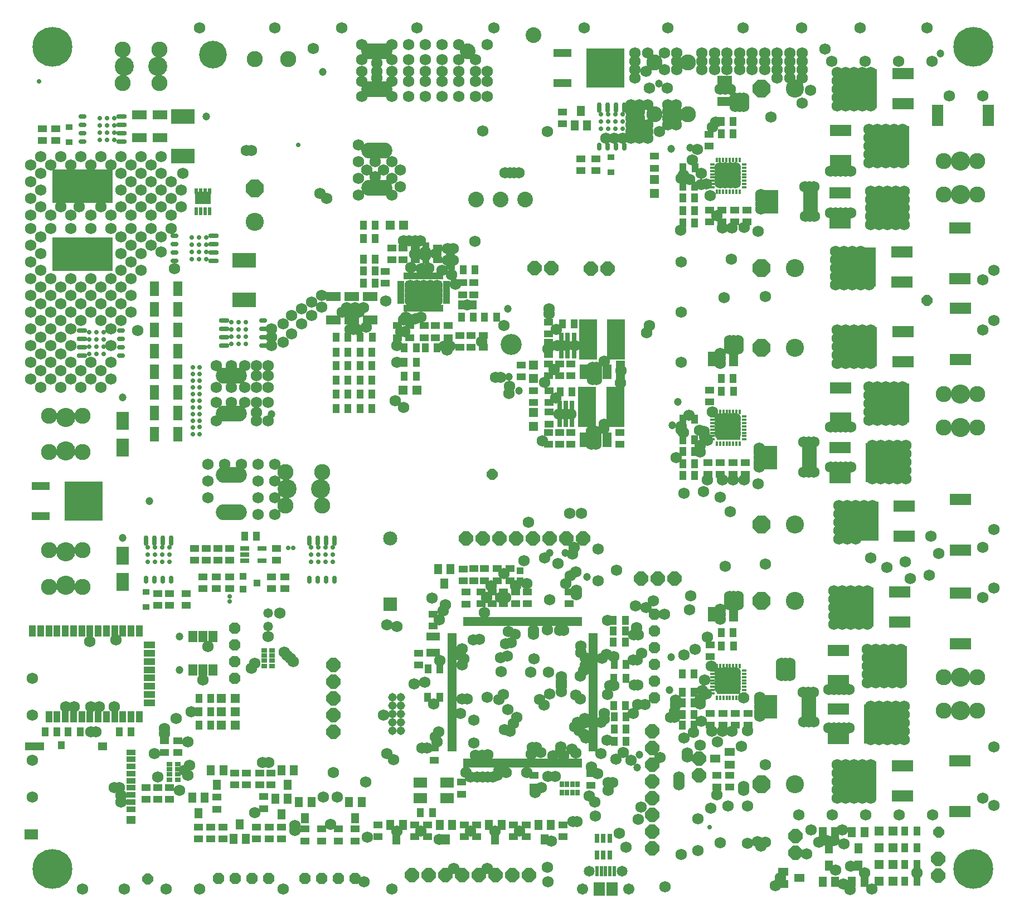
<source format=gts>
G04*
G04 #@! TF.GenerationSoftware,Altium Limited,Altium Designer,19.0.11 (319)*
G04*
G04 Layer_Color=8388736*
%FSLAX25Y25*%
%MOIN*%
G70*
G01*
G75*
%ADD75C,0.06800*%
%ADD76R,0.03359X0.02769*%
%ADD77R,0.08280X0.05918*%
%ADD78R,0.11824X0.04737*%
%ADD79R,0.03950X0.04737*%
%ADD80R,0.05524X0.04737*%
%ADD81R,0.05524X0.03556*%
%ADD82R,0.04343X0.03950*%
%ADD83O,0.04737X0.02768*%
%ADD84O,0.06312X0.02768*%
%ADD85R,0.22973X0.23241*%
%ADD86R,0.11036X0.04973*%
%ADD87R,0.36233X0.20485*%
%ADD88O,0.02769X0.04738*%
%ADD89O,0.02769X0.06313*%
G04:AMPARAMS|DCode=90|XSize=58mil|YSize=58mil|CornerRadius=29mil|HoleSize=0mil|Usage=FLASHONLY|Rotation=0.000|XOffset=0mil|YOffset=0mil|HoleType=Round|Shape=RoundedRectangle|*
%AMROUNDEDRECTD90*
21,1,0.05800,0.00000,0,0,0.0*
21,1,0.00000,0.05800,0,0,0.0*
1,1,0.05800,0.00000,0.00000*
1,1,0.05800,0.00000,0.00000*
1,1,0.05800,0.00000,0.00000*
1,1,0.05800,0.00000,0.00000*
%
%ADD90ROUNDEDRECTD90*%
%ADD91R,0.05524X0.03162*%
%ADD92R,0.03950X0.03950*%
%ADD93R,0.14186X0.08674*%
%ADD94R,0.08674X0.05524*%
%ADD95R,0.02395X0.04698*%
%ADD96R,0.09599X0.07591*%
%ADD97R,0.02395X0.03792*%
%ADD98R,0.07493X0.10643*%
%ADD99R,0.06500X0.04100*%
%ADD100R,0.04100X0.06500*%
%ADD101R,0.05400X0.07100*%
%ADD102R,0.05524X0.08674*%
%ADD103R,0.05524X0.05524*%
%ADD104R,0.04068X0.03280*%
%ADD105R,0.02769X0.03359*%
%ADD106R,0.10643X0.24422*%
G04:AMPARAMS|DCode=107|XSize=47.37mil|YSize=47.37mil|CornerRadius=23.68mil|HoleSize=0mil|Usage=FLASHONLY|Rotation=90.000|XOffset=0mil|YOffset=0mil|HoleType=Round|Shape=RoundedRectangle|*
%AMROUNDEDRECTD107*
21,1,0.04737,0.00000,0,0,90.0*
21,1,0.00000,0.04737,0,0,90.0*
1,1,0.04737,0.00000,0.00000*
1,1,0.04737,0.00000,0.00000*
1,1,0.04737,0.00000,0.00000*
1,1,0.04737,0.00000,0.00000*
%
%ADD107ROUNDEDRECTD107*%
%ADD108R,0.05800X0.08910*%
G04:AMPARAMS|DCode=109|XSize=47.37mil|YSize=47.37mil|CornerRadius=23.68mil|HoleSize=0mil|Usage=FLASHONLY|Rotation=0.000|XOffset=0mil|YOffset=0mil|HoleType=Round|Shape=RoundedRectangle|*
%AMROUNDEDRECTD109*
21,1,0.04737,0.00000,0,0,0.0*
21,1,0.00000,0.04737,0,0,0.0*
1,1,0.04737,0.00000,0.00000*
1,1,0.04737,0.00000,0.00000*
1,1,0.04737,0.00000,0.00000*
1,1,0.04737,0.00000,0.00000*
%
%ADD109ROUNDEDRECTD109*%
%ADD110R,0.06784X0.12887*%
%ADD111R,0.06312X0.04737*%
%ADD112R,0.12887X0.06784*%
%ADD113R,0.08910X0.05800*%
%ADD114R,0.01981X0.03969*%
%ADD115R,0.03969X0.01981*%
%ADD116R,0.21469X0.13595*%
%ADD117R,0.04737X0.06312*%
%ADD118R,0.01900X0.05600*%
%ADD119R,0.05600X0.01900*%
%ADD120R,0.02965X0.05524*%
%ADD121R,0.07887X0.04737*%
%ADD122R,0.08674X0.14186*%
%ADD123R,0.03162X0.01784*%
%ADD124R,0.01784X0.03162*%
%ADD125R,0.14383X0.14383*%
%ADD126R,0.12611X0.07099*%
%ADD127R,0.25209X0.23635*%
%ADD128R,0.07887X0.05918*%
%ADD129R,0.05524X0.03950*%
%ADD130R,0.03950X0.05524*%
%ADD131R,0.02375X0.06115*%
%ADD132R,0.06706X0.08280*%
%ADD133C,0.02769*%
%ADD134C,0.02800*%
%ADD135C,0.12611*%
%ADD136C,0.16548*%
%ADD137C,0.05162*%
%ADD138P,0.07360X8X67.5*%
%ADD139P,0.11690X8X247.5*%
%ADD140O,0.18518X0.09659*%
%ADD141C,0.09400*%
%ADD142C,0.09659*%
%ADD143C,0.23800*%
%ADD144P,0.07360X8X337.5*%
%ADD145C,0.11431*%
%ADD146P,0.11690X8X157.5*%
%ADD147C,0.10800*%
%ADD148P,0.09092X8X67.5*%
%ADD149P,0.09092X8X337.5*%
%ADD150R,0.08477X0.08477*%
%ADD151C,0.08477*%
%ADD152C,0.06509*%
%ADD153C,0.06737*%
%ADD154P,0.06866X8X67.5*%
%ADD155R,0.25209X0.23635*%
D75*
X557316Y432800D02*
D03*
X583916Y520700D02*
D03*
X561316Y464800D02*
D03*
Y479800D02*
D03*
X552316Y432800D02*
D03*
Y422800D02*
D03*
X561316Y320800D02*
D03*
Y310800D02*
D03*
X553316Y280800D02*
D03*
X568316D02*
D03*
X553316Y270800D02*
D03*
X568316D02*
D03*
X560316Y168800D02*
D03*
Y158800D02*
D03*
X552316Y119800D02*
D03*
Y134800D02*
D03*
X520016Y528000D02*
D03*
X537316Y503800D02*
D03*
X543916Y520700D02*
D03*
X529316Y454800D02*
D03*
X536316Y406800D02*
D03*
Y391800D02*
D03*
X537316Y344800D02*
D03*
Y359800D02*
D03*
X528316Y239800D02*
D03*
Y254800D02*
D03*
X545316Y183800D02*
D03*
Y198800D02*
D03*
X528316Y144800D02*
D03*
X545316Y168800D02*
D03*
Y158800D02*
D03*
X537316Y79800D02*
D03*
Y94800D02*
D03*
X521116Y54600D02*
D03*
X535416Y39100D02*
D03*
X511416Y503200D02*
D03*
X487816Y487400D02*
D03*
X496416Y160700D02*
D03*
X513216Y143300D02*
D03*
X496416Y158200D02*
D03*
X457316Y503800D02*
D03*
X471416Y496200D02*
D03*
X457316Y447800D02*
D03*
Y456800D02*
D03*
X481606Y432300D02*
D03*
Y438100D02*
D03*
X457316Y342800D02*
D03*
X465416Y351200D02*
D03*
X457316Y303800D02*
D03*
X480716Y280500D02*
D03*
X465016Y270200D02*
D03*
X471716Y270300D02*
D03*
X480716Y286500D02*
D03*
X457316Y192800D02*
D03*
X465416Y200700D02*
D03*
Y198200D02*
D03*
X457316Y151800D02*
D03*
X464516Y119900D02*
D03*
X473716Y120300D02*
D03*
X480916Y134500D02*
D03*
X425716Y504700D02*
D03*
X425916Y494700D02*
D03*
X431416Y520700D02*
D03*
X425916Y486700D02*
D03*
X449116Y447200D02*
D03*
X433916Y400700D02*
D03*
X447916Y296400D02*
D03*
X449716Y270200D02*
D03*
Y176400D02*
D03*
X449116Y142200D02*
D03*
X447916Y150600D02*
D03*
X441516Y119300D02*
D03*
X434116Y46200D02*
D03*
X408916Y494700D02*
D03*
Y486700D02*
D03*
Y478700D02*
D03*
X393916Y320700D02*
D03*
Y310700D02*
D03*
X408016Y135800D02*
D03*
X359916Y350700D02*
D03*
X359416Y360200D02*
D03*
X383416Y335200D02*
D03*
X376616Y159400D02*
D03*
X376516Y127600D02*
D03*
X375616Y118300D02*
D03*
X384116Y94700D02*
D03*
X352416Y328700D02*
D03*
X352516Y223650D02*
D03*
X327916Y214200D02*
D03*
X329116Y199800D02*
D03*
X335716Y128200D02*
D03*
X345016Y110400D02*
D03*
X329516Y95100D02*
D03*
X354116Y38700D02*
D03*
X297716Y408500D02*
D03*
X295716Y350100D02*
D03*
X320316Y206900D02*
D03*
X305416Y95100D02*
D03*
X281216Y406500D02*
D03*
X271916Y383700D02*
D03*
X279916D02*
D03*
X287916D02*
D03*
X264081Y350700D02*
D03*
X263081Y317700D02*
D03*
X264216Y182500D02*
D03*
X289416Y55300D02*
D03*
X226016Y95400D02*
D03*
X224416Y64400D02*
D03*
X584316Y69800D02*
D03*
X561316Y474800D02*
D03*
Y469800D02*
D03*
Y459800D02*
D03*
X552316Y442800D02*
D03*
Y437800D02*
D03*
Y427800D02*
D03*
X561316Y325800D02*
D03*
Y315800D02*
D03*
Y305800D02*
D03*
X553316Y290800D02*
D03*
X568316D02*
D03*
X553316Y285800D02*
D03*
X568316D02*
D03*
X553316Y275800D02*
D03*
X568316D02*
D03*
X567916Y221400D02*
D03*
X560316Y163800D02*
D03*
Y153800D02*
D03*
Y148800D02*
D03*
X552316Y129800D02*
D03*
Y124800D02*
D03*
Y114800D02*
D03*
X537316Y513800D02*
D03*
Y508800D02*
D03*
Y498800D02*
D03*
Y493800D02*
D03*
X529316Y429800D02*
D03*
X536316Y401800D02*
D03*
Y396800D02*
D03*
Y386800D02*
D03*
X537316Y354800D02*
D03*
Y349800D02*
D03*
Y339800D02*
D03*
X529316Y301800D02*
D03*
Y277800D02*
D03*
X528316Y249800D02*
D03*
Y244800D02*
D03*
Y234800D02*
D03*
X545316Y203800D02*
D03*
Y193800D02*
D03*
Y188800D02*
D03*
Y163800D02*
D03*
Y153800D02*
D03*
Y148800D02*
D03*
X528316Y121800D02*
D03*
X537316Y99800D02*
D03*
Y89800D02*
D03*
Y84800D02*
D03*
X544316Y69800D02*
D03*
X543716Y35100D02*
D03*
X513416Y445700D02*
D03*
X513616Y427800D02*
D03*
X513316Y292800D02*
D03*
X513416Y275000D02*
D03*
X496416Y155700D02*
D03*
Y153200D02*
D03*
X513416Y125500D02*
D03*
X504316Y69800D02*
D03*
X511716Y60900D02*
D03*
X471416Y498700D02*
D03*
Y493700D02*
D03*
X457316Y450800D02*
D03*
Y453800D02*
D03*
X481706Y441000D02*
D03*
X481606Y435200D02*
D03*
X480116Y418900D02*
D03*
X464516Y420900D02*
D03*
X471716Y421100D02*
D03*
X464116Y402400D02*
D03*
X465416Y353700D02*
D03*
X457316Y345800D02*
D03*
X465416Y348700D02*
D03*
X457316Y339800D02*
D03*
Y306800D02*
D03*
Y297800D02*
D03*
Y300800D02*
D03*
X480716Y289400D02*
D03*
Y283500D02*
D03*
Y277800D02*
D03*
X480016Y267800D02*
D03*
X457416Y259800D02*
D03*
X463416Y251400D02*
D03*
X465416Y195700D02*
D03*
X457316Y186800D02*
D03*
Y189800D02*
D03*
Y154800D02*
D03*
Y145800D02*
D03*
Y148800D02*
D03*
X471516Y139800D02*
D03*
X480916Y140300D02*
D03*
Y137500D02*
D03*
Y131500D02*
D03*
Y129000D02*
D03*
X455716Y113500D02*
D03*
X481816Y51300D02*
D03*
X457516Y53400D02*
D03*
X473816Y52800D02*
D03*
X479616Y54000D02*
D03*
X423916Y525700D02*
D03*
X431416D02*
D03*
X423916Y515700D02*
D03*
X431416D02*
D03*
X425916Y490700D02*
D03*
Y482700D02*
D03*
X433616Y419600D02*
D03*
X433916Y370700D02*
D03*
Y340700D02*
D03*
X447816Y299400D02*
D03*
X449716Y294000D02*
D03*
X439616Y201000D02*
D03*
X423916Y190000D02*
D03*
X432616Y90200D02*
D03*
X424516Y27000D02*
D03*
X408916Y490700D02*
D03*
Y482700D02*
D03*
X393916Y474700D02*
D03*
X408916D02*
D03*
X393916Y315700D02*
D03*
Y305700D02*
D03*
X417316Y198000D02*
D03*
X407416Y181800D02*
D03*
X407816Y162550D02*
D03*
X393816Y164500D02*
D03*
X393216Y89200D02*
D03*
X408316Y67200D02*
D03*
X401216Y50700D02*
D03*
X383416Y337700D02*
D03*
Y330200D02*
D03*
Y332700D02*
D03*
X367516Y250400D02*
D03*
X369116Y225900D02*
D03*
X369916Y229900D02*
D03*
X384516Y228800D02*
D03*
X360316Y220200D02*
D03*
X384316Y209800D02*
D03*
X367816Y212800D02*
D03*
X376716Y163900D02*
D03*
X375816Y156100D02*
D03*
X376516Y124800D02*
D03*
X385916Y125400D02*
D03*
X361616Y107400D02*
D03*
X368716Y109200D02*
D03*
X329216Y172100D02*
D03*
X345916Y163400D02*
D03*
X329916Y164900D02*
D03*
X343916Y155400D02*
D03*
X344416Y106200D02*
D03*
X337516Y60400D02*
D03*
X297616Y401500D02*
D03*
X296616Y392900D02*
D03*
X304216Y163100D02*
D03*
X306081Y139300D02*
D03*
X312216Y92500D02*
D03*
X321416D02*
D03*
X298016Y37900D02*
D03*
X281216Y404400D02*
D03*
X287416Y405500D02*
D03*
X272416Y397200D02*
D03*
X271916Y386700D02*
D03*
X279916D02*
D03*
X287916D02*
D03*
X271916Y377700D02*
D03*
X279916D02*
D03*
X287916D02*
D03*
X271916Y380700D02*
D03*
X279916D02*
D03*
X287916D02*
D03*
X272316Y365800D02*
D03*
X289316Y186500D02*
D03*
X289616Y162200D02*
D03*
X280616Y149100D02*
D03*
X263916Y60300D02*
D03*
X257316Y377400D02*
D03*
X241416Y370700D02*
D03*
X233916Y373200D02*
D03*
X231416Y370700D02*
D03*
X614316Y359800D02*
D03*
Y199800D02*
D03*
Y79800D02*
D03*
X563916Y520700D02*
D03*
X566316Y464800D02*
D03*
Y479800D02*
D03*
X562316Y432800D02*
D03*
X567316D02*
D03*
X562316Y422800D02*
D03*
X567316D02*
D03*
X566316Y320800D02*
D03*
Y310800D02*
D03*
X563316Y280800D02*
D03*
Y270800D02*
D03*
X565316Y168800D02*
D03*
Y158800D02*
D03*
X562316Y119800D02*
D03*
Y134800D02*
D03*
X567316Y119800D02*
D03*
Y134800D02*
D03*
X556316Y464800D02*
D03*
Y479800D02*
D03*
X557316Y422800D02*
D03*
X556316Y320800D02*
D03*
Y310800D02*
D03*
X558316Y280800D02*
D03*
Y270800D02*
D03*
X555316Y168800D02*
D03*
Y158800D02*
D03*
X557316Y119800D02*
D03*
Y134800D02*
D03*
X547316Y503800D02*
D03*
X546316Y464800D02*
D03*
Y479800D02*
D03*
X551316Y464800D02*
D03*
Y479800D02*
D03*
X547316Y432800D02*
D03*
Y422800D02*
D03*
X546316Y391800D02*
D03*
X547316Y344800D02*
D03*
Y359800D02*
D03*
X546316Y320800D02*
D03*
Y310800D02*
D03*
X551316Y320800D02*
D03*
Y310800D02*
D03*
X548316Y280800D02*
D03*
Y270800D02*
D03*
Y239800D02*
D03*
Y254800D02*
D03*
X547426Y223500D02*
D03*
X550316Y168800D02*
D03*
Y158800D02*
D03*
X547316Y119800D02*
D03*
Y134800D02*
D03*
Y79800D02*
D03*
Y94800D02*
D03*
X542316Y503800D02*
D03*
X541316Y406800D02*
D03*
Y391800D02*
D03*
X542316Y344800D02*
D03*
Y359800D02*
D03*
X538316Y239800D02*
D03*
Y254800D02*
D03*
X543316Y239800D02*
D03*
Y254800D02*
D03*
X540316Y183800D02*
D03*
Y198800D02*
D03*
X542316Y79800D02*
D03*
Y94800D02*
D03*
X532316Y503800D02*
D03*
Y454800D02*
D03*
X535316D02*
D03*
X531316Y406800D02*
D03*
Y391800D02*
D03*
X532316Y344800D02*
D03*
Y359800D02*
D03*
X533316Y239800D02*
D03*
Y254800D02*
D03*
X530316Y183800D02*
D03*
Y198800D02*
D03*
X535316Y183800D02*
D03*
Y198800D02*
D03*
X531316Y144800D02*
D03*
X534316D02*
D03*
X532316Y79800D02*
D03*
Y94800D02*
D03*
X523916Y520700D02*
D03*
X527316Y503800D02*
D03*
X523316Y454800D02*
D03*
X526316D02*
D03*
Y406800D02*
D03*
Y391800D02*
D03*
X527316Y344800D02*
D03*
Y359800D02*
D03*
X525316Y183800D02*
D03*
Y198800D02*
D03*
X522316Y144800D02*
D03*
X525316D02*
D03*
X527316Y79800D02*
D03*
Y94800D02*
D03*
X525416Y54700D02*
D03*
X506416Y495700D02*
D03*
Y520700D02*
D03*
Y510700D02*
D03*
X507216Y143300D02*
D03*
X510216D02*
D03*
X509016Y46600D02*
D03*
X498916Y520700D02*
D03*
Y510700D02*
D03*
Y160700D02*
D03*
Y158200D02*
D03*
X491416Y520700D02*
D03*
Y510700D02*
D03*
X493916Y160700D02*
D03*
Y158200D02*
D03*
X493516Y32300D02*
D03*
X483916Y520700D02*
D03*
X476416D02*
D03*
X468916Y496200D02*
D03*
Y520700D02*
D03*
X466316Y447800D02*
D03*
Y456800D02*
D03*
X467916Y351200D02*
D03*
X466316Y303800D02*
D03*
X467916Y200700D02*
D03*
Y198200D02*
D03*
X466316Y151800D02*
D03*
X469916Y111000D02*
D03*
X460316Y503800D02*
D03*
X463316D02*
D03*
X461416Y520700D02*
D03*
X460316Y447800D02*
D03*
Y456800D02*
D03*
X463316Y447800D02*
D03*
Y456800D02*
D03*
X462916Y351200D02*
D03*
X460316Y303800D02*
D03*
X463316D02*
D03*
X458616Y270200D02*
D03*
X462916Y200700D02*
D03*
Y198200D02*
D03*
X460316Y151800D02*
D03*
X463316D02*
D03*
X458716Y119900D02*
D03*
X453916Y520700D02*
D03*
X451516Y440400D02*
D03*
X452716Y310800D02*
D03*
X452116Y159000D02*
D03*
X452516Y119900D02*
D03*
X446416Y520700D02*
D03*
X446116Y447000D02*
D03*
X445516Y286800D02*
D03*
X447316Y263400D02*
D03*
X446716Y144200D02*
D03*
X445316Y111700D02*
D03*
X445516Y136300D02*
D03*
X435616Y262400D02*
D03*
X438916Y192500D02*
D03*
X430916Y494700D02*
D03*
Y486700D02*
D03*
X427716Y128400D02*
D03*
X430816Y135600D02*
D03*
X420916Y478700D02*
D03*
X415216Y504700D02*
D03*
X413916Y494700D02*
D03*
Y478700D02*
D03*
X413416Y358400D02*
D03*
X410416Y166600D02*
D03*
X412516Y136000D02*
D03*
X403916Y494700D02*
D03*
X406416Y520700D02*
D03*
Y510700D02*
D03*
X403916Y486700D02*
D03*
Y478700D02*
D03*
X397916Y335700D02*
D03*
X396416Y318200D02*
D03*
X397616Y328200D02*
D03*
X395516Y216200D02*
D03*
X387916Y303700D02*
D03*
X388116Y127400D02*
D03*
X380916Y335200D02*
D03*
X380416Y296700D02*
D03*
Y294200D02*
D03*
X382916D02*
D03*
X370416Y350700D02*
D03*
X371116Y215400D02*
D03*
X373716Y152800D02*
D03*
X374216Y167000D02*
D03*
X373016Y120400D02*
D03*
X365416Y350700D02*
D03*
X365016Y208100D02*
D03*
X362216Y110700D02*
D03*
X357916Y336200D02*
D03*
X358916Y319200D02*
D03*
X355516Y198600D02*
D03*
Y142100D02*
D03*
X356416Y54200D02*
D03*
X350316Y86100D02*
D03*
X341716Y208400D02*
D03*
Y95400D02*
D03*
X331316Y326200D02*
D03*
X335216Y206800D02*
D03*
X331816Y120000D02*
D03*
X315316Y478800D02*
D03*
X326116Y199800D02*
D03*
X316516Y191000D02*
D03*
X317716Y199800D02*
D03*
X306216Y375000D02*
D03*
X303216Y159600D02*
D03*
X294316Y408500D02*
D03*
X292516Y350100D02*
D03*
X291716Y191900D02*
D03*
X283916Y383700D02*
D03*
X286016Y136400D02*
D03*
X275916Y383700D02*
D03*
X274916Y366600D02*
D03*
X278516Y367600D02*
D03*
X256081Y129700D02*
D03*
X246316Y56500D02*
D03*
X238116Y360100D02*
D03*
X228316Y80600D02*
D03*
X220116D02*
D03*
X213916Y528200D02*
D03*
X203116Y63500D02*
D03*
X178916Y71200D02*
D03*
X614316Y499800D02*
D03*
Y389800D02*
D03*
Y229800D02*
D03*
X594316Y499800D02*
D03*
X582226Y213400D02*
D03*
X571116Y211200D02*
D03*
X575216Y35200D02*
D03*
X566316Y474800D02*
D03*
Y469800D02*
D03*
Y459800D02*
D03*
X562316Y442800D02*
D03*
X567316D02*
D03*
X562316Y437800D02*
D03*
X567316D02*
D03*
X562316Y427800D02*
D03*
X567316D02*
D03*
X566316Y325800D02*
D03*
Y315800D02*
D03*
Y305800D02*
D03*
X563316Y290800D02*
D03*
Y285800D02*
D03*
Y275800D02*
D03*
X565316Y163800D02*
D03*
Y153800D02*
D03*
Y148800D02*
D03*
X562316Y129800D02*
D03*
X567316D02*
D03*
X562316Y124800D02*
D03*
X567316D02*
D03*
X562316Y114800D02*
D03*
X567316D02*
D03*
X564316Y69800D02*
D03*
X556316Y474800D02*
D03*
Y469800D02*
D03*
Y459800D02*
D03*
X557316Y442800D02*
D03*
Y437800D02*
D03*
Y427800D02*
D03*
X556316Y325800D02*
D03*
Y315800D02*
D03*
Y305800D02*
D03*
X558316Y290800D02*
D03*
Y285800D02*
D03*
Y275800D02*
D03*
X556926Y218000D02*
D03*
X555316Y163800D02*
D03*
Y153800D02*
D03*
Y148800D02*
D03*
X557316Y129800D02*
D03*
Y124800D02*
D03*
Y114800D02*
D03*
X547316Y513800D02*
D03*
Y508800D02*
D03*
Y498800D02*
D03*
Y493800D02*
D03*
X546316Y474800D02*
D03*
X551316D02*
D03*
X546316Y469800D02*
D03*
X551316D02*
D03*
X546316Y459800D02*
D03*
X551316D02*
D03*
X547316Y442800D02*
D03*
Y437800D02*
D03*
Y427800D02*
D03*
X546316Y396800D02*
D03*
Y386800D02*
D03*
X547316Y354800D02*
D03*
Y349800D02*
D03*
Y339800D02*
D03*
X546316Y325800D02*
D03*
X551316D02*
D03*
X546316Y315800D02*
D03*
X551316D02*
D03*
X546316Y305800D02*
D03*
X551316D02*
D03*
X548316Y290800D02*
D03*
Y285800D02*
D03*
Y275800D02*
D03*
Y249800D02*
D03*
Y244800D02*
D03*
X550316Y163800D02*
D03*
Y153800D02*
D03*
Y148800D02*
D03*
X547316Y129800D02*
D03*
Y124800D02*
D03*
Y114800D02*
D03*
Y99800D02*
D03*
Y89800D02*
D03*
Y84800D02*
D03*
X548216Y25500D02*
D03*
X542316Y513800D02*
D03*
Y508800D02*
D03*
Y498800D02*
D03*
Y493800D02*
D03*
X541316Y401800D02*
D03*
Y396800D02*
D03*
Y386800D02*
D03*
X542316Y354800D02*
D03*
Y349800D02*
D03*
Y339800D02*
D03*
X538316Y249800D02*
D03*
X543316D02*
D03*
X538316Y244800D02*
D03*
X543316D02*
D03*
X538316Y234800D02*
D03*
X540316Y203800D02*
D03*
Y193800D02*
D03*
Y188800D02*
D03*
X542316Y99800D02*
D03*
Y89800D02*
D03*
Y84800D02*
D03*
X532316Y513800D02*
D03*
Y508800D02*
D03*
Y498800D02*
D03*
Y493800D02*
D03*
Y429800D02*
D03*
X535316D02*
D03*
X531316Y401800D02*
D03*
Y396800D02*
D03*
Y386800D02*
D03*
X532316Y354800D02*
D03*
Y349800D02*
D03*
Y339800D02*
D03*
Y301800D02*
D03*
X535316D02*
D03*
X532316Y277800D02*
D03*
X535316D02*
D03*
X533316Y249800D02*
D03*
Y244800D02*
D03*
Y234800D02*
D03*
X530316Y203800D02*
D03*
X535316D02*
D03*
X530316Y193800D02*
D03*
X535316D02*
D03*
X530316Y188800D02*
D03*
X535316D02*
D03*
X531316Y121800D02*
D03*
X534316D02*
D03*
X532316Y99800D02*
D03*
Y89800D02*
D03*
Y84800D02*
D03*
X530316Y61000D02*
D03*
X531316Y52700D02*
D03*
X531216Y28700D02*
D03*
X534916Y25100D02*
D03*
X527316Y513800D02*
D03*
Y508800D02*
D03*
Y498800D02*
D03*
Y493800D02*
D03*
X523316Y429800D02*
D03*
X526316D02*
D03*
Y401800D02*
D03*
Y396800D02*
D03*
Y386800D02*
D03*
X527316Y354800D02*
D03*
Y349800D02*
D03*
Y339800D02*
D03*
X523316Y301800D02*
D03*
X526316D02*
D03*
X523316Y277800D02*
D03*
X526316D02*
D03*
X525316Y203800D02*
D03*
Y193800D02*
D03*
Y188800D02*
D03*
X522316Y121800D02*
D03*
X525316D02*
D03*
X527316Y99800D02*
D03*
Y89800D02*
D03*
Y84800D02*
D03*
X524316Y69800D02*
D03*
X526416Y36900D02*
D03*
X516316Y53700D02*
D03*
X506416Y525700D02*
D03*
Y515700D02*
D03*
X508116Y445700D02*
D03*
X510816D02*
D03*
X508316Y427800D02*
D03*
X511016D02*
D03*
X507316Y292800D02*
D03*
X510316D02*
D03*
X507416Y275000D02*
D03*
X510416D02*
D03*
X507416Y125500D02*
D03*
X510416D02*
D03*
X498916Y525700D02*
D03*
Y515700D02*
D03*
Y155700D02*
D03*
Y153200D02*
D03*
X491416Y525700D02*
D03*
Y515700D02*
D03*
X493916Y155700D02*
D03*
Y153200D02*
D03*
X490516Y27600D02*
D03*
X483916Y525700D02*
D03*
Y515700D02*
D03*
X484316Y379800D02*
D03*
Y219800D02*
D03*
Y99800D02*
D03*
X484516Y53700D02*
D03*
X476416Y525700D02*
D03*
Y515700D02*
D03*
X468916Y525700D02*
D03*
Y515700D02*
D03*
X466416Y498700D02*
D03*
X468916D02*
D03*
X466416Y493700D02*
D03*
X468916D02*
D03*
X466316Y450800D02*
D03*
Y453800D02*
D03*
X467916Y353700D02*
D03*
Y348700D02*
D03*
X466316Y306800D02*
D03*
Y297800D02*
D03*
Y300800D02*
D03*
X467916Y195700D02*
D03*
X466316Y154800D02*
D03*
Y145800D02*
D03*
Y148800D02*
D03*
X461416Y525700D02*
D03*
Y515700D02*
D03*
X460316Y450800D02*
D03*
Y453800D02*
D03*
X463316Y450800D02*
D03*
Y453800D02*
D03*
X458616Y420800D02*
D03*
X459616Y379200D02*
D03*
X462916Y353700D02*
D03*
Y348700D02*
D03*
X460316Y306800D02*
D03*
X463316D02*
D03*
X460316Y297800D02*
D03*
Y300800D02*
D03*
X463316Y297800D02*
D03*
Y300800D02*
D03*
X460416Y218500D02*
D03*
X462916Y195700D02*
D03*
X460316Y154800D02*
D03*
X463316D02*
D03*
X460316Y145800D02*
D03*
Y148800D02*
D03*
X463316Y145800D02*
D03*
Y148800D02*
D03*
X462116Y75200D02*
D03*
X453916Y525700D02*
D03*
Y515700D02*
D03*
X452616Y481100D02*
D03*
X454616Y484400D02*
D03*
X455316Y428400D02*
D03*
Y81800D02*
D03*
X451716Y73900D02*
D03*
X446416Y525700D02*
D03*
Y515700D02*
D03*
X443716Y467850D02*
D03*
X446116Y453600D02*
D03*
X444916Y300000D02*
D03*
X445516Y291000D02*
D03*
X442316Y169000D02*
D03*
X446116Y125800D02*
D03*
X439116Y450000D02*
D03*
X438716Y309000D02*
D03*
X435716Y165500D02*
D03*
X435816Y115800D02*
D03*
X430916Y490700D02*
D03*
Y482700D02*
D03*
X431216Y283600D02*
D03*
X430816Y138600D02*
D03*
X430116Y131700D02*
D03*
X413916Y525700D02*
D03*
X413081Y514700D02*
D03*
X413916Y482700D02*
D03*
Y474700D02*
D03*
X415116Y362700D02*
D03*
X412916Y193900D02*
D03*
X410216Y74700D02*
D03*
X406416Y525700D02*
D03*
Y515700D02*
D03*
X403916Y490700D02*
D03*
Y482700D02*
D03*
Y474700D02*
D03*
X406716Y194900D02*
D03*
X405316Y130600D02*
D03*
X398916Y474700D02*
D03*
X396416Y313200D02*
D03*
Y308200D02*
D03*
X396916Y58800D02*
D03*
X388916Y474700D02*
D03*
X387916Y341200D02*
D03*
X387616Y300900D02*
D03*
X389916Y186400D02*
D03*
X386616Y163500D02*
D03*
X389516Y166000D02*
D03*
X390216Y141900D02*
D03*
X387916Y130500D02*
D03*
X390416Y89200D02*
D03*
Y84600D02*
D03*
X380916Y337700D02*
D03*
Y330200D02*
D03*
Y332700D02*
D03*
X380416Y291700D02*
D03*
Y98500D02*
D03*
X379216Y81400D02*
D03*
X382316Y77500D02*
D03*
X382816Y69400D02*
D03*
X374516Y250400D02*
D03*
X371516Y204300D02*
D03*
X371416Y201600D02*
D03*
X374016Y170900D02*
D03*
X370916Y141600D02*
D03*
X373716Y139200D02*
D03*
X370516Y122600D02*
D03*
X372016Y125200D02*
D03*
X371116Y106800D02*
D03*
X363816Y105200D02*
D03*
X354416Y348700D02*
D03*
X354216Y180700D02*
D03*
X354816Y155400D02*
D03*
X357416Y105200D02*
D03*
X354316Y93000D02*
D03*
X358816D02*
D03*
X354316Y29800D02*
D03*
X350116Y107200D02*
D03*
X346716Y83200D02*
D03*
X342616Y244800D02*
D03*
X339916Y222000D02*
D03*
X331216Y321900D02*
D03*
X330616Y179700D02*
D03*
X334716Y177800D02*
D03*
X332316Y172800D02*
D03*
X333616Y124700D02*
D03*
X326116Y164000D02*
D03*
X326416Y155700D02*
D03*
X322816Y60100D02*
D03*
X328081Y362700D02*
D03*
X314716Y353000D02*
D03*
X318016Y140300D02*
D03*
X315516Y92500D02*
D03*
X318316D02*
D03*
X318016Y37800D02*
D03*
X308116Y92500D02*
D03*
X308016Y60200D02*
D03*
X299016Y387300D02*
D03*
X303166Y139300D02*
D03*
X294416Y401500D02*
D03*
X291116Y395600D02*
D03*
X294116Y347800D02*
D03*
X293216Y195500D02*
D03*
X283216Y396800D02*
D03*
X283916Y386700D02*
D03*
Y377700D02*
D03*
Y380700D02*
D03*
X274916Y413400D02*
D03*
X278216D02*
D03*
X274616Y405400D02*
D03*
X276716D02*
D03*
X278716Y396700D02*
D03*
X275916Y386700D02*
D03*
Y377700D02*
D03*
Y380700D02*
D03*
X274316Y148300D02*
D03*
X278516Y60400D02*
D03*
X268116Y413200D02*
D03*
X271316Y413300D02*
D03*
X243916Y373200D02*
D03*
X245716Y361500D02*
D03*
X245316Y89600D02*
D03*
X244316Y29800D02*
D03*
X236416Y370700D02*
D03*
X238916Y373200D02*
D03*
X203081Y60700D02*
D03*
X337016Y454000D02*
D03*
X328816D02*
D03*
X331616D02*
D03*
X334216D02*
D03*
X354081Y478700D02*
D03*
X109081Y359700D02*
D03*
X268081Y313700D02*
D03*
X264081Y340700D02*
D03*
X310716Y412800D02*
D03*
X302016Y165300D02*
D03*
X303116Y169300D02*
D03*
X313416Y175000D02*
D03*
X325116Y96200D02*
D03*
X583316Y236600D02*
D03*
X309716Y174600D02*
D03*
X324116Y93500D02*
D03*
X588016Y226200D02*
D03*
X174081Y467330D02*
D03*
X177081D02*
D03*
X218081Y441700D02*
D03*
X222081Y438700D02*
D03*
X131081Y396700D02*
D03*
X95081Y86094D02*
D03*
X121081Y92700D02*
D03*
X134081Y84700D02*
D03*
X125081Y118700D02*
D03*
X183816Y101200D02*
D03*
X395116Y103200D02*
D03*
X352216Y135600D02*
D03*
X404116Y102600D02*
D03*
X399316Y107400D02*
D03*
X349316Y139000D02*
D03*
X140081Y99700D02*
D03*
X137081Y96700D02*
D03*
X119081Y106700D02*
D03*
X386081D02*
D03*
X377116Y115800D02*
D03*
X389716Y114600D02*
D03*
X318316Y106000D02*
D03*
X310081Y112968D02*
D03*
X330334Y132782D02*
D03*
X311081Y105700D02*
D03*
X315081D02*
D03*
X310081Y126700D02*
D03*
X328416Y121000D02*
D03*
X325016Y138900D02*
D03*
X327616Y141800D02*
D03*
X139081Y113700D02*
D03*
Y93700D02*
D03*
X125081Y121700D02*
D03*
X285216Y199600D02*
D03*
X258081Y183700D02*
D03*
X362316Y152600D02*
D03*
Y149700D02*
D03*
Y146800D02*
D03*
Y143600D02*
D03*
X196566Y167216D02*
D03*
X179081Y160700D02*
D03*
X80531Y173700D02*
D03*
X177081Y157700D02*
D03*
X258081Y106700D02*
D03*
X262016Y103000D02*
D03*
X81081Y119700D02*
D03*
X84081D02*
D03*
X141081Y131700D02*
D03*
X132081Y127700D02*
D03*
X71081Y134700D02*
D03*
X151081Y170700D02*
D03*
X148081Y150700D02*
D03*
X95081Y134700D02*
D03*
X86081D02*
D03*
X81081D02*
D03*
X66081D02*
D03*
X96081Y174700D02*
D03*
X45081Y458700D02*
D03*
Y448700D02*
D03*
Y438700D02*
D03*
Y428700D02*
D03*
X51081Y463700D02*
D03*
Y453700D02*
D03*
Y443700D02*
D03*
Y433700D02*
D03*
X57081Y428700D02*
D03*
Y458700D02*
D03*
X63081Y463700D02*
D03*
Y433700D02*
D03*
X69081Y428700D02*
D03*
Y458700D02*
D03*
X75081Y463700D02*
D03*
X74081Y433700D02*
D03*
X81081Y428700D02*
D03*
X87081Y433700D02*
D03*
X93081Y428700D02*
D03*
X99081Y433700D02*
D03*
X81081Y458700D02*
D03*
X87081Y463700D02*
D03*
X93081Y458700D02*
D03*
X99081Y463700D02*
D03*
Y453700D02*
D03*
Y443700D02*
D03*
X105081Y428700D02*
D03*
X111081Y433700D02*
D03*
X117081Y428700D02*
D03*
X123081Y433700D02*
D03*
X129081Y428700D02*
D03*
X105081Y438700D02*
D03*
Y448700D02*
D03*
Y458700D02*
D03*
X111081Y443700D02*
D03*
Y453700D02*
D03*
Y463700D02*
D03*
X117081Y458700D02*
D03*
Y448700D02*
D03*
Y438700D02*
D03*
X123081Y443700D02*
D03*
Y453700D02*
D03*
Y463700D02*
D03*
X129081Y438700D02*
D03*
Y448700D02*
D03*
X135081Y433700D02*
D03*
Y443700D02*
D03*
X136081Y453700D02*
D03*
X364416Y309700D02*
D03*
X360916D02*
D03*
X367916D02*
D03*
X380416Y299200D02*
D03*
X382916Y296700D02*
D03*
Y291700D02*
D03*
X350897Y293600D02*
D03*
X382916Y299200D02*
D03*
X194081Y190700D02*
D03*
X198404Y165377D02*
D03*
X202081Y161700D02*
D03*
X200242Y163539D02*
D03*
X302081Y130700D02*
D03*
X289081Y119700D02*
D03*
X187081Y176700D02*
D03*
X444081Y67700D02*
D03*
Y48700D02*
D03*
X473716Y75300D02*
D03*
X326081Y331700D02*
D03*
X323081D02*
D03*
X355081Y369700D02*
D03*
Y372700D02*
D03*
X187416Y101200D02*
D03*
X279081Y109900D02*
D03*
X287081Y116700D02*
D03*
X288081Y113700D02*
D03*
X282066Y109900D02*
D03*
X361416Y180350D02*
D03*
X98081Y86094D02*
D03*
X99081Y81700D02*
D03*
Y77700D02*
D03*
X393081Y360700D02*
D03*
X397081D02*
D03*
X393081Y355700D02*
D03*
X397081D02*
D03*
X393081Y350700D02*
D03*
X397081D02*
D03*
X393081Y346700D02*
D03*
X397081D02*
D03*
X240316Y360100D02*
D03*
X236016D02*
D03*
X267916Y366000D02*
D03*
X269416Y367500D02*
D03*
X268616Y358900D02*
D03*
X266416D02*
D03*
X391266Y147100D02*
D03*
X405716Y177550D02*
D03*
X408310Y177715D02*
D03*
X445401Y138986D02*
D03*
X371566Y65800D02*
D03*
X437716Y106800D02*
D03*
X471316Y84700D02*
D03*
X421516Y104100D02*
D03*
X471316Y86900D02*
D03*
X369266Y65800D02*
D03*
X440716Y461600D02*
D03*
X433916Y450550D02*
D03*
X435316Y452650D02*
D03*
X433916Y300150D02*
D03*
X435316Y298550D02*
D03*
X433916Y302250D02*
D03*
X430016Y128400D02*
D03*
X347316Y110400D02*
D03*
X363816Y180350D02*
D03*
X393666Y147100D02*
D03*
X406016Y147550D02*
D03*
X405516Y162550D02*
D03*
X432616Y87800D02*
D03*
Y92500D02*
D03*
X437716Y104600D02*
D03*
X345616Y177950D02*
D03*
X408081Y147700D02*
D03*
X345616Y180150D02*
D03*
X45081Y420700D02*
D03*
Y410700D02*
D03*
Y400700D02*
D03*
Y390700D02*
D03*
Y380700D02*
D03*
Y370700D02*
D03*
Y360700D02*
D03*
Y350700D02*
D03*
Y340700D02*
D03*
Y330700D02*
D03*
X51081Y325700D02*
D03*
Y335700D02*
D03*
Y345700D02*
D03*
Y355700D02*
D03*
Y365700D02*
D03*
Y375700D02*
D03*
Y385700D02*
D03*
Y395700D02*
D03*
Y405700D02*
D03*
Y415700D02*
D03*
X57081Y420700D02*
D03*
X69081D02*
D03*
X81081D02*
D03*
X93081D02*
D03*
X105081D02*
D03*
X117081D02*
D03*
X129081D02*
D03*
X57081Y390700D02*
D03*
Y380700D02*
D03*
Y370700D02*
D03*
Y360700D02*
D03*
Y350700D02*
D03*
Y340700D02*
D03*
Y330700D02*
D03*
X63081Y385700D02*
D03*
Y375700D02*
D03*
Y365700D02*
D03*
Y355700D02*
D03*
Y345700D02*
D03*
Y335700D02*
D03*
Y325700D02*
D03*
X69081Y390700D02*
D03*
Y380700D02*
D03*
Y370700D02*
D03*
Y360700D02*
D03*
Y350700D02*
D03*
Y340700D02*
D03*
Y330700D02*
D03*
X75081Y325700D02*
D03*
Y335700D02*
D03*
Y365700D02*
D03*
Y375700D02*
D03*
Y385700D02*
D03*
X81081Y390700D02*
D03*
Y380700D02*
D03*
Y370700D02*
D03*
Y340700D02*
D03*
Y330700D02*
D03*
X87081Y385700D02*
D03*
Y375700D02*
D03*
Y365700D02*
D03*
Y335700D02*
D03*
Y325700D02*
D03*
X93081Y330700D02*
D03*
Y340700D02*
D03*
Y350700D02*
D03*
Y360700D02*
D03*
Y370700D02*
D03*
Y380700D02*
D03*
Y390700D02*
D03*
X99081Y385700D02*
D03*
Y375700D02*
D03*
Y365700D02*
D03*
Y395700D02*
D03*
Y405700D02*
D03*
Y415700D02*
D03*
X105081Y410700D02*
D03*
Y400700D02*
D03*
Y390700D02*
D03*
Y380700D02*
D03*
Y370700D02*
D03*
X111081Y415700D02*
D03*
Y405700D02*
D03*
Y395700D02*
D03*
X117081Y410700D02*
D03*
X123081Y415700D02*
D03*
Y406700D02*
D03*
X241081Y470700D02*
D03*
Y460700D02*
D03*
Y450700D02*
D03*
Y440700D02*
D03*
X246081Y455700D02*
D03*
X256081D02*
D03*
X266081D02*
D03*
X251081Y460700D02*
D03*
X261081D02*
D03*
X251081Y451700D02*
D03*
X261081Y450700D02*
D03*
Y440700D02*
D03*
X266081Y445700D02*
D03*
X156081Y305700D02*
D03*
Y316700D02*
D03*
Y325700D02*
D03*
Y338700D02*
D03*
X165081D02*
D03*
Y325700D02*
D03*
Y316700D02*
D03*
X173081Y338700D02*
D03*
Y325700D02*
D03*
Y316700D02*
D03*
X180081Y338700D02*
D03*
Y332700D02*
D03*
Y325700D02*
D03*
Y316700D02*
D03*
Y310700D02*
D03*
Y305700D02*
D03*
X187081Y332700D02*
D03*
Y325700D02*
D03*
Y316700D02*
D03*
Y305700D02*
D03*
Y338700D02*
D03*
X219081Y380700D02*
D03*
Y373700D02*
D03*
X213081Y376700D02*
D03*
Y368700D02*
D03*
X207081Y372700D02*
D03*
Y363700D02*
D03*
X201081Y368700D02*
D03*
Y357700D02*
D03*
X196081Y363700D02*
D03*
Y352700D02*
D03*
X189081Y360700D02*
D03*
Y355700D02*
D03*
Y350700D02*
D03*
X151081Y279700D02*
D03*
Y269700D02*
D03*
Y259700D02*
D03*
X161081Y279700D02*
D03*
X171081D02*
D03*
X181081D02*
D03*
X191081D02*
D03*
X181081Y269700D02*
D03*
X191081D02*
D03*
X181081Y259700D02*
D03*
X191081D02*
D03*
X181081Y249700D02*
D03*
X191081D02*
D03*
X243081Y530700D02*
D03*
Y521700D02*
D03*
Y499700D02*
D03*
Y508700D02*
D03*
Y514700D02*
D03*
X252081Y519700D02*
D03*
Y514700D02*
D03*
Y510700D02*
D03*
X261081Y521700D02*
D03*
Y514700D02*
D03*
Y508700D02*
D03*
Y499700D02*
D03*
Y530700D02*
D03*
X271081D02*
D03*
Y521700D02*
D03*
Y514700D02*
D03*
Y508700D02*
D03*
Y499700D02*
D03*
X281081Y530700D02*
D03*
Y521700D02*
D03*
Y514700D02*
D03*
Y508700D02*
D03*
Y499700D02*
D03*
X291081Y530700D02*
D03*
Y521700D02*
D03*
Y514700D02*
D03*
Y508700D02*
D03*
Y499700D02*
D03*
X301081Y530700D02*
D03*
Y521700D02*
D03*
Y514700D02*
D03*
Y508700D02*
D03*
Y499700D02*
D03*
X311081Y521700D02*
D03*
Y514700D02*
D03*
Y508700D02*
D03*
Y499700D02*
D03*
X318081Y530700D02*
D03*
Y514700D02*
D03*
Y508700D02*
D03*
Y499700D02*
D03*
X146081Y540700D02*
D03*
X191081D02*
D03*
X231081D02*
D03*
X276081D02*
D03*
X322081D02*
D03*
X376081D02*
D03*
X426081D02*
D03*
X471081D02*
D03*
X506081D02*
D03*
X541081D02*
D03*
X581081D02*
D03*
X621081Y395700D02*
D03*
Y365700D02*
D03*
Y240700D02*
D03*
Y205700D02*
D03*
Y110700D02*
D03*
Y75700D02*
D03*
X46081Y151700D02*
D03*
Y129700D02*
D03*
Y102700D02*
D03*
Y80700D02*
D03*
X76081Y25700D02*
D03*
X101081D02*
D03*
X126081D02*
D03*
X146081D02*
D03*
X196081D02*
D03*
X261081D02*
D03*
D76*
X189542Y158976D02*
D03*
Y162125D02*
D03*
Y165275D02*
D03*
Y168424D02*
D03*
X184620D02*
D03*
Y165275D02*
D03*
Y162125D02*
D03*
Y158976D02*
D03*
X133003Y90976D02*
D03*
Y94125D02*
D03*
Y97275D02*
D03*
Y100424D02*
D03*
X128081D02*
D03*
Y97275D02*
D03*
Y94125D02*
D03*
Y90976D02*
D03*
D77*
X45439Y58338D02*
D03*
D78*
X47408Y110897D02*
D03*
D79*
X63549Y111487D02*
D03*
D80*
X87959Y110897D02*
D03*
X104888Y66999D02*
D03*
D81*
Y107157D02*
D03*
Y103417D02*
D03*
Y99086D02*
D03*
Y94755D02*
D03*
Y90424D02*
D03*
Y86094D02*
D03*
Y81763D02*
D03*
Y77432D02*
D03*
Y73102D02*
D03*
D82*
X180412Y208700D02*
D03*
X172144Y204960D02*
D03*
Y212440D02*
D03*
D83*
X184081Y350700D02*
D03*
Y355700D02*
D03*
Y360700D02*
D03*
Y365700D02*
D03*
X76073Y487700D02*
D03*
Y482700D02*
D03*
Y477700D02*
D03*
Y472700D02*
D03*
X99081Y344700D02*
D03*
Y349700D02*
D03*
Y354700D02*
D03*
Y359700D02*
D03*
X131073Y416200D02*
D03*
Y411200D02*
D03*
Y406200D02*
D03*
Y401200D02*
D03*
D84*
X160853Y365700D02*
D03*
Y360700D02*
D03*
Y355700D02*
D03*
Y350700D02*
D03*
X99301Y472700D02*
D03*
Y477700D02*
D03*
Y482700D02*
D03*
Y487700D02*
D03*
X75853Y359700D02*
D03*
Y354700D02*
D03*
Y349700D02*
D03*
Y344700D02*
D03*
X154302Y401200D02*
D03*
Y406200D02*
D03*
Y411200D02*
D03*
Y416200D02*
D03*
D85*
X76868Y257700D02*
D03*
X388868Y516700D02*
D03*
D86*
X51081Y266700D02*
D03*
Y248700D02*
D03*
X363081Y507700D02*
D03*
Y525700D02*
D03*
D87*
X76081Y445976D02*
D03*
Y405424D02*
D03*
D88*
X211790Y210700D02*
D03*
X216790D02*
D03*
X221790D02*
D03*
X226790D02*
D03*
X385081Y469700D02*
D03*
X390081D02*
D03*
X395081D02*
D03*
X400081D02*
D03*
X114081Y210700D02*
D03*
X119081D02*
D03*
X124081D02*
D03*
X129081D02*
D03*
D89*
X226790Y233928D02*
D03*
X221790D02*
D03*
X216790D02*
D03*
X211790D02*
D03*
X400081Y492928D02*
D03*
X395081D02*
D03*
X390081D02*
D03*
X385081D02*
D03*
X129081Y233928D02*
D03*
X124081D02*
D03*
X119081D02*
D03*
X114081D02*
D03*
D90*
X187081Y190700D02*
D03*
Y182700D02*
D03*
D91*
X172939Y221763D02*
D03*
Y225503D02*
D03*
Y229243D02*
D03*
X183223Y221763D02*
D03*
Y229243D02*
D03*
D92*
X337816Y215953D02*
D03*
Y210047D02*
D03*
D93*
X136081Y487511D02*
D03*
Y463889D02*
D03*
X172857Y378078D02*
D03*
Y401700D02*
D03*
D94*
X460126Y496501D02*
D03*
Y509099D02*
D03*
D95*
X144183Y431050D02*
D03*
X146782D02*
D03*
X149380D02*
D03*
X151979D02*
D03*
D96*
X148081Y438895D02*
D03*
D97*
X151979Y442802D02*
D03*
X149380D02*
D03*
X146782D02*
D03*
X144183D02*
D03*
D98*
X100081Y305442D02*
D03*
Y289694D02*
D03*
Y225009D02*
D03*
Y209261D02*
D03*
D99*
X116081Y171520D02*
D03*
Y166540D02*
D03*
Y161620D02*
D03*
Y156700D02*
D03*
Y151780D02*
D03*
Y146860D02*
D03*
Y141940D02*
D03*
Y137020D02*
D03*
D100*
X46031Y180070D02*
D03*
X51011D02*
D03*
X55931D02*
D03*
X60851D02*
D03*
X65771D02*
D03*
X70691D02*
D03*
X75611D02*
D03*
X80531D02*
D03*
X85451D02*
D03*
X90371D02*
D03*
X95291D02*
D03*
X100211D02*
D03*
X105131D02*
D03*
X110051D02*
D03*
Y128470D02*
D03*
X105131D02*
D03*
X100211D02*
D03*
X95291D02*
D03*
X90371D02*
D03*
X85451D02*
D03*
X80531D02*
D03*
X75611D02*
D03*
X70691D02*
D03*
X65771D02*
D03*
X60851D02*
D03*
X55931D02*
D03*
D101*
X142081Y176700D02*
D03*
X148081D02*
D03*
X154081D02*
D03*
X142081Y156700D02*
D03*
X148081D02*
D03*
X154081D02*
D03*
D102*
X465225Y342548D02*
D03*
X452627D02*
D03*
X465225Y189922D02*
D03*
X452627D02*
D03*
D103*
X345816Y330766D02*
D03*
Y339034D02*
D03*
X417916Y441619D02*
D03*
Y449887D02*
D03*
X345816Y302166D02*
D03*
Y310434D02*
D03*
X552292Y30200D02*
D03*
X560560D02*
D03*
X167349Y139700D02*
D03*
X159081D02*
D03*
X167349Y123700D02*
D03*
X159081D02*
D03*
X167349Y131700D02*
D03*
X159081D02*
D03*
X267882Y323870D02*
D03*
X276150D02*
D03*
X268215Y422700D02*
D03*
X259947D02*
D03*
X552292Y40200D02*
D03*
X560560D02*
D03*
X552292Y60200D02*
D03*
X560560D02*
D03*
X552292Y50200D02*
D03*
X560560D02*
D03*
D104*
X281227Y410428D02*
D03*
Y401372D02*
D03*
X392081Y463228D02*
D03*
Y454172D02*
D03*
X114081Y194172D02*
D03*
Y203228D02*
D03*
X68081Y481228D02*
D03*
Y472172D02*
D03*
D105*
X362592Y83239D02*
D03*
X365741D02*
D03*
X368891D02*
D03*
X372040D02*
D03*
Y88161D02*
D03*
X368891D02*
D03*
X365741D02*
D03*
X362592D02*
D03*
D106*
X394779Y313800D02*
D03*
X377850D02*
D03*
X395179Y354300D02*
D03*
X378250D02*
D03*
D107*
X134081Y176700D02*
D03*
X116081Y257700D02*
D03*
X100081Y235700D02*
D03*
X337216Y323650D02*
D03*
X331216Y332000D02*
D03*
X134081Y156700D02*
D03*
D108*
X376007Y294200D02*
D03*
X389825D02*
D03*
X132990Y359843D02*
D03*
X119172D02*
D03*
X132990Y297700D02*
D03*
X119172D02*
D03*
X132990Y334986D02*
D03*
X119172D02*
D03*
X132990Y372271D02*
D03*
X119172D02*
D03*
X132990Y310129D02*
D03*
X119172D02*
D03*
X132990Y322557D02*
D03*
X119172D02*
D03*
X376007Y335000D02*
D03*
X389825D02*
D03*
X132990Y384700D02*
D03*
X119172D02*
D03*
X132990Y347414D02*
D03*
X119172D02*
D03*
D109*
X589066Y525200D02*
D03*
X432166Y316850D02*
D03*
X407866Y98300D02*
D03*
X428066Y468200D02*
D03*
Y164150D02*
D03*
X420626Y507100D02*
D03*
X189081Y309700D02*
D03*
X150081Y487700D02*
D03*
X428616Y303000D02*
D03*
X364566Y226650D02*
D03*
X330316Y372600D02*
D03*
X377766Y212400D02*
D03*
X409216Y105850D02*
D03*
X355516Y226650D02*
D03*
X427166Y144700D02*
D03*
X219631Y514270D02*
D03*
X439266Y468850D02*
D03*
X100081Y319700D02*
D03*
D110*
X617743Y488100D02*
D03*
X587309D02*
D03*
D111*
X454385Y103700D02*
D03*
X463047Y107440D02*
D03*
Y99960D02*
D03*
X504650Y32300D02*
D03*
X495202Y28560D02*
D03*
Y36040D02*
D03*
D112*
X600926Y372765D02*
D03*
Y342331D02*
D03*
X600626Y390483D02*
D03*
Y420917D02*
D03*
X601026Y228131D02*
D03*
Y258565D02*
D03*
X600926Y202739D02*
D03*
Y172305D02*
D03*
X600726Y71905D02*
D03*
Y102339D02*
D03*
D113*
X225916Y366091D02*
D03*
Y379909D02*
D03*
X110081Y488609D02*
D03*
Y474791D02*
D03*
X122443D02*
D03*
Y488609D02*
D03*
X247916Y379909D02*
D03*
Y366091D02*
D03*
X236916Y379909D02*
D03*
Y366091D02*
D03*
D114*
X269200Y372845D02*
D03*
X271169D02*
D03*
X273137D02*
D03*
X275106D02*
D03*
X277074D02*
D03*
X279043D02*
D03*
X281011D02*
D03*
X282980D02*
D03*
X284948D02*
D03*
X286917D02*
D03*
X288885D02*
D03*
X290854D02*
D03*
Y392155D02*
D03*
X288885D02*
D03*
X286917D02*
D03*
X284948D02*
D03*
X282980D02*
D03*
X281011D02*
D03*
X279043D02*
D03*
X277074D02*
D03*
X275106D02*
D03*
X273137D02*
D03*
X271169D02*
D03*
X269200D02*
D03*
D115*
X293619Y376594D02*
D03*
Y378563D02*
D03*
Y380531D02*
D03*
Y382500D02*
D03*
Y384469D02*
D03*
Y386437D02*
D03*
Y388406D02*
D03*
X266435D02*
D03*
Y386437D02*
D03*
Y384469D02*
D03*
Y382500D02*
D03*
Y380531D02*
D03*
Y378563D02*
D03*
Y376594D02*
D03*
D116*
X280027Y382500D02*
D03*
D117*
X539926Y39524D02*
D03*
X543666Y30076D02*
D03*
X536186D02*
D03*
X267556Y63931D02*
D03*
X260076D02*
D03*
X263816Y55269D02*
D03*
X539926Y50076D02*
D03*
X536186Y59524D02*
D03*
X543666D02*
D03*
X374081Y491031D02*
D03*
X377821Y482369D02*
D03*
X370341D02*
D03*
X195016Y70276D02*
D03*
X191276Y79724D02*
D03*
X198756D02*
D03*
X209216Y68076D02*
D03*
X205476Y77524D02*
D03*
X212956D02*
D03*
X239216Y68076D02*
D03*
X235476Y77524D02*
D03*
X242956D02*
D03*
X145416Y70976D02*
D03*
X141676Y80424D02*
D03*
X149156D02*
D03*
X198716Y87969D02*
D03*
X194976Y96631D02*
D03*
X202456D02*
D03*
X166376Y55569D02*
D03*
X173856D02*
D03*
X170116Y64231D02*
D03*
X156516Y87969D02*
D03*
X152776Y96631D02*
D03*
X160256D02*
D03*
X297056Y63931D02*
D03*
X289576D02*
D03*
X293316Y55269D02*
D03*
X326556Y63931D02*
D03*
X319076D02*
D03*
X322816Y55269D02*
D03*
X356056Y63931D02*
D03*
X348576D02*
D03*
X352316Y55269D02*
D03*
X522426Y39524D02*
D03*
X526166Y30076D02*
D03*
X518686D02*
D03*
X522426Y50076D02*
D03*
X518686Y59524D02*
D03*
X526166D02*
D03*
X296156Y217031D02*
D03*
X288676D02*
D03*
X292416Y208369D02*
D03*
D118*
X373665Y185600D02*
D03*
X371696D02*
D03*
X369728D02*
D03*
X367759D02*
D03*
X365791D02*
D03*
X363822D02*
D03*
X361854D02*
D03*
X359885D02*
D03*
X357917D02*
D03*
X355948D02*
D03*
X353980D02*
D03*
X352011D02*
D03*
X350043D02*
D03*
X348074D02*
D03*
X346106D02*
D03*
X344137D02*
D03*
X342169D02*
D03*
X340200D02*
D03*
X338232D02*
D03*
X336263D02*
D03*
X334295D02*
D03*
X332326D02*
D03*
X330358D02*
D03*
X328389D02*
D03*
X326421D02*
D03*
X324452D02*
D03*
X322484D02*
D03*
X320515D02*
D03*
X318547D02*
D03*
X316578D02*
D03*
X314610D02*
D03*
X312641D02*
D03*
X310673D02*
D03*
X308704D02*
D03*
X306736D02*
D03*
X304767D02*
D03*
Y101000D02*
D03*
X306736D02*
D03*
X308704D02*
D03*
X310673D02*
D03*
X312641D02*
D03*
X314610D02*
D03*
X316578D02*
D03*
X318547D02*
D03*
X320515D02*
D03*
X322484D02*
D03*
X324452D02*
D03*
X326421D02*
D03*
X328389D02*
D03*
X330358D02*
D03*
X332326D02*
D03*
X334295D02*
D03*
X336263D02*
D03*
X338232D02*
D03*
X340200D02*
D03*
X342169D02*
D03*
X344137D02*
D03*
X346106D02*
D03*
X348074D02*
D03*
X350043D02*
D03*
X352011D02*
D03*
X353980D02*
D03*
X355948D02*
D03*
X357917D02*
D03*
X359885D02*
D03*
X361854D02*
D03*
X363822D02*
D03*
X365791D02*
D03*
X367759D02*
D03*
X369728D02*
D03*
X371696D02*
D03*
X373665D02*
D03*
D119*
X296916Y177749D02*
D03*
Y175780D02*
D03*
Y173812D02*
D03*
Y171843D02*
D03*
Y169875D02*
D03*
Y167906D02*
D03*
Y165938D02*
D03*
Y163969D02*
D03*
Y162001D02*
D03*
Y160032D02*
D03*
Y158064D02*
D03*
Y156095D02*
D03*
Y154127D02*
D03*
Y152158D02*
D03*
Y150190D02*
D03*
Y148221D02*
D03*
Y146253D02*
D03*
Y144284D02*
D03*
Y142316D02*
D03*
Y140347D02*
D03*
Y138379D02*
D03*
Y136410D02*
D03*
Y134442D02*
D03*
Y132473D02*
D03*
Y130505D02*
D03*
Y128536D02*
D03*
Y126568D02*
D03*
Y124599D02*
D03*
Y122631D02*
D03*
Y120662D02*
D03*
Y118694D02*
D03*
Y116725D02*
D03*
Y114757D02*
D03*
Y112788D02*
D03*
Y110820D02*
D03*
Y108851D02*
D03*
X381516D02*
D03*
Y110820D02*
D03*
Y112788D02*
D03*
Y114757D02*
D03*
Y116725D02*
D03*
Y118694D02*
D03*
Y120662D02*
D03*
Y122631D02*
D03*
Y124599D02*
D03*
Y126568D02*
D03*
Y128536D02*
D03*
Y130505D02*
D03*
Y132473D02*
D03*
Y134442D02*
D03*
Y136410D02*
D03*
Y138379D02*
D03*
Y140347D02*
D03*
Y142316D02*
D03*
Y144284D02*
D03*
Y146253D02*
D03*
Y148221D02*
D03*
Y150190D02*
D03*
Y152158D02*
D03*
Y154127D02*
D03*
Y156095D02*
D03*
Y158064D02*
D03*
Y160032D02*
D03*
Y162001D02*
D03*
Y163969D02*
D03*
Y165938D02*
D03*
Y167906D02*
D03*
Y169875D02*
D03*
Y171843D02*
D03*
Y173812D02*
D03*
Y175780D02*
D03*
Y177749D02*
D03*
D120*
X368856Y314918D02*
D03*
X365116D02*
D03*
X361376D02*
D03*
Y304682D02*
D03*
X368856D02*
D03*
X365116D02*
D03*
X369956Y355718D02*
D03*
X366216D02*
D03*
X362476D02*
D03*
Y345482D02*
D03*
X369956D02*
D03*
X366216D02*
D03*
X383776Y45781D02*
D03*
X387516D02*
D03*
X391256D02*
D03*
Y56019D02*
D03*
X387516D02*
D03*
X383776D02*
D03*
D121*
X285816Y176621D02*
D03*
Y166779D02*
D03*
D122*
X487015Y283748D02*
D03*
X510637D02*
D03*
X486915Y134522D02*
D03*
X510537D02*
D03*
X487615Y436600D02*
D03*
X511237D02*
D03*
D123*
X452777Y156312D02*
D03*
Y154343D02*
D03*
Y152375D02*
D03*
Y150406D02*
D03*
Y148438D02*
D03*
Y146469D02*
D03*
Y144501D02*
D03*
Y142532D02*
D03*
X471675D02*
D03*
Y144501D02*
D03*
Y146469D02*
D03*
Y148438D02*
D03*
Y150406D02*
D03*
Y152375D02*
D03*
Y154343D02*
D03*
Y156312D02*
D03*
X452677Y458990D02*
D03*
Y457021D02*
D03*
Y455053D02*
D03*
Y453084D02*
D03*
Y451116D02*
D03*
Y449147D02*
D03*
Y447179D02*
D03*
Y445210D02*
D03*
X471575D02*
D03*
Y447179D02*
D03*
Y449147D02*
D03*
Y451116D02*
D03*
Y453084D02*
D03*
Y455053D02*
D03*
Y457021D02*
D03*
Y458990D02*
D03*
X452777Y308238D02*
D03*
Y306269D02*
D03*
Y304301D02*
D03*
Y302332D02*
D03*
Y300364D02*
D03*
Y298395D02*
D03*
Y296427D02*
D03*
Y294458D02*
D03*
X471675D02*
D03*
Y296427D02*
D03*
Y298395D02*
D03*
Y300364D02*
D03*
Y302332D02*
D03*
Y304301D02*
D03*
Y306269D02*
D03*
Y308238D02*
D03*
D124*
X455336Y139973D02*
D03*
X457305D02*
D03*
X459273D02*
D03*
X461242D02*
D03*
X463210D02*
D03*
X465179D02*
D03*
X467147D02*
D03*
X469116D02*
D03*
Y158871D02*
D03*
X467147D02*
D03*
X465179D02*
D03*
X463210D02*
D03*
X461242D02*
D03*
X459273D02*
D03*
X457305D02*
D03*
X455336D02*
D03*
X455236Y442651D02*
D03*
X457205D02*
D03*
X459173D02*
D03*
X461142D02*
D03*
X463110D02*
D03*
X465079D02*
D03*
X467047D02*
D03*
X469016D02*
D03*
Y461549D02*
D03*
X467047D02*
D03*
X465079D02*
D03*
X463110D02*
D03*
X461142D02*
D03*
X459173D02*
D03*
X457205D02*
D03*
X455236D02*
D03*
X455336Y291899D02*
D03*
X457305D02*
D03*
X459273D02*
D03*
X461242D02*
D03*
X463210D02*
D03*
X465179D02*
D03*
X467147D02*
D03*
X469116D02*
D03*
Y310797D02*
D03*
X467147D02*
D03*
X465179D02*
D03*
X463210D02*
D03*
X461242D02*
D03*
X459273D02*
D03*
X457305D02*
D03*
X455336D02*
D03*
D125*
X462226Y149422D02*
D03*
X462126Y452100D02*
D03*
X462226Y301348D02*
D03*
D126*
X528006Y168318D02*
D03*
Y150326D02*
D03*
X564706Y185182D02*
D03*
Y203174D02*
D03*
X527926Y133418D02*
D03*
Y115426D02*
D03*
X566226Y81282D02*
D03*
Y99274D02*
D03*
X566706Y341056D02*
D03*
Y359048D02*
D03*
X566026Y388604D02*
D03*
Y406596D02*
D03*
X567526Y236456D02*
D03*
Y254448D02*
D03*
X529306Y325144D02*
D03*
Y307152D02*
D03*
X529026Y441796D02*
D03*
Y423804D02*
D03*
X528926Y289544D02*
D03*
Y271552D02*
D03*
X529306Y479096D02*
D03*
Y461104D02*
D03*
X566706Y495204D02*
D03*
Y513196D02*
D03*
D127*
X556274Y159322D02*
D03*
X536438Y194178D02*
D03*
X556194Y124422D02*
D03*
X537958Y90278D02*
D03*
X538438Y350052D02*
D03*
X537758Y397600D02*
D03*
X539258Y245452D02*
D03*
X557574Y316148D02*
D03*
X557194Y280548D02*
D03*
X557574Y470100D02*
D03*
X538438Y504200D02*
D03*
D128*
X278142Y79976D02*
D03*
X293890D02*
D03*
Y89424D02*
D03*
X278142D02*
D03*
D129*
X463116Y86457D02*
D03*
Y93543D02*
D03*
X455316D02*
D03*
Y86457D02*
D03*
X303427Y388143D02*
D03*
Y381057D02*
D03*
X294727Y355357D02*
D03*
Y362443D02*
D03*
X449916Y280743D02*
D03*
Y273657D02*
D03*
X397316Y291557D02*
D03*
Y298643D02*
D03*
X267627Y401857D02*
D03*
Y408943D02*
D03*
X458416Y431743D02*
D03*
Y424657D02*
D03*
X310027Y388143D02*
D03*
Y381057D02*
D03*
X457416Y280743D02*
D03*
Y273657D02*
D03*
X274927Y401857D02*
D03*
Y408943D02*
D03*
X287027Y362443D02*
D03*
Y355357D02*
D03*
X345816Y316557D02*
D03*
Y323643D02*
D03*
X450916Y431743D02*
D03*
Y424657D02*
D03*
X363081Y483157D02*
D03*
Y490243D02*
D03*
X374081Y455157D02*
D03*
Y462243D02*
D03*
X164081Y205157D02*
D03*
Y212243D02*
D03*
X125081Y114243D02*
D03*
Y107157D02*
D03*
X383081Y455157D02*
D03*
Y462243D02*
D03*
X114081Y86243D02*
D03*
Y79157D02*
D03*
X121081Y86243D02*
D03*
Y79157D02*
D03*
X133003Y114243D02*
D03*
Y107157D02*
D03*
X128081Y79157D02*
D03*
Y86243D02*
D03*
X197081Y212243D02*
D03*
Y205157D02*
D03*
X311816Y56857D02*
D03*
Y63943D02*
D03*
X239216Y54357D02*
D03*
Y61443D02*
D03*
X164175Y222157D02*
D03*
Y229243D02*
D03*
X195016Y55557D02*
D03*
Y62643D02*
D03*
X152716Y55557D02*
D03*
Y62643D02*
D03*
X229216Y54357D02*
D03*
Y61443D02*
D03*
X333816Y63943D02*
D03*
Y56857D02*
D03*
X138081Y195157D02*
D03*
Y202243D02*
D03*
X143081Y222157D02*
D03*
Y229243D02*
D03*
X274816Y63943D02*
D03*
Y56857D02*
D03*
X156516Y80443D02*
D03*
Y73357D02*
D03*
X189081Y212243D02*
D03*
Y205157D02*
D03*
X156081Y212243D02*
D03*
Y205157D02*
D03*
X180116Y55557D02*
D03*
Y62643D02*
D03*
X219216Y54357D02*
D03*
Y61443D02*
D03*
X363316Y63943D02*
D03*
Y56857D02*
D03*
X192081Y222157D02*
D03*
Y229243D02*
D03*
X187616Y55557D02*
D03*
Y62643D02*
D03*
X184516Y73757D02*
D03*
Y80843D02*
D03*
X145416Y55557D02*
D03*
Y62643D02*
D03*
X121081Y195157D02*
D03*
Y202243D02*
D03*
X148081Y212243D02*
D03*
Y205157D02*
D03*
X282316Y56857D02*
D03*
Y63943D02*
D03*
X304316D02*
D03*
Y56857D02*
D03*
X341316D02*
D03*
Y63943D02*
D03*
X128081Y202243D02*
D03*
Y195157D02*
D03*
X150112Y222157D02*
D03*
Y229243D02*
D03*
X252816Y63943D02*
D03*
Y56857D02*
D03*
X209216Y54357D02*
D03*
Y61443D02*
D03*
X160116Y62643D02*
D03*
Y55557D02*
D03*
X157144Y222157D02*
D03*
Y229243D02*
D03*
X464916Y273657D02*
D03*
Y280743D02*
D03*
X466416Y123657D02*
D03*
Y130743D02*
D03*
X174016Y95043D02*
D03*
Y87957D02*
D03*
X465916Y424657D02*
D03*
Y431743D02*
D03*
X346016Y93643D02*
D03*
Y86557D02*
D03*
X182116Y95043D02*
D03*
Y87957D02*
D03*
X188716D02*
D03*
Y95043D02*
D03*
X260916Y409032D02*
D03*
Y401946D02*
D03*
X380016Y94643D02*
D03*
Y87557D02*
D03*
X286416Y109843D02*
D03*
Y102757D02*
D03*
X327816Y203243D02*
D03*
Y196157D02*
D03*
X473916Y123657D02*
D03*
Y130743D02*
D03*
X473416Y424657D02*
D03*
Y431743D02*
D03*
X257027Y387857D02*
D03*
Y394943D02*
D03*
X417916Y456757D02*
D03*
Y463843D02*
D03*
X314316Y203243D02*
D03*
Y196157D02*
D03*
X472416Y273657D02*
D03*
Y280743D02*
D03*
X167016Y87957D02*
D03*
Y95043D02*
D03*
X331616Y217143D02*
D03*
Y210057D02*
D03*
X321016Y203243D02*
D03*
Y196157D02*
D03*
X342216Y196257D02*
D03*
Y203343D02*
D03*
X338516Y339043D02*
D03*
Y331957D02*
D03*
X60081Y480243D02*
D03*
Y473157D02*
D03*
X354616Y339643D02*
D03*
Y332557D02*
D03*
X324116Y217143D02*
D03*
Y210057D02*
D03*
X354916Y316557D02*
D03*
Y323643D02*
D03*
X264527Y362443D02*
D03*
Y355357D02*
D03*
X361516Y339643D02*
D03*
Y332557D02*
D03*
X354816Y298743D02*
D03*
Y291657D02*
D03*
X368116Y332457D02*
D03*
Y339543D02*
D03*
X354616Y345357D02*
D03*
Y352443D02*
D03*
X271677Y362493D02*
D03*
Y355407D02*
D03*
X354916Y303757D02*
D03*
Y310843D02*
D03*
X397716Y332357D02*
D03*
Y339443D02*
D03*
X52081Y480243D02*
D03*
Y473157D02*
D03*
X361316Y298743D02*
D03*
Y291657D02*
D03*
X354616Y357457D02*
D03*
Y364543D02*
D03*
X368116Y291657D02*
D03*
Y298743D02*
D03*
X288527Y401857D02*
D03*
Y408943D02*
D03*
X451426Y164479D02*
D03*
Y171565D02*
D03*
X451416Y130743D02*
D03*
Y123657D02*
D03*
X301627Y349457D02*
D03*
Y356543D02*
D03*
X296027Y405043D02*
D03*
Y397957D02*
D03*
X308527Y349457D02*
D03*
Y356543D02*
D03*
X315816Y356532D02*
D03*
Y349446D02*
D03*
X280416Y362454D02*
D03*
Y355368D02*
D03*
X451026Y317005D02*
D03*
Y324091D02*
D03*
X458916Y130743D02*
D03*
Y123657D02*
D03*
X285816Y189943D02*
D03*
Y182857D02*
D03*
X316516Y210057D02*
D03*
Y217143D02*
D03*
X305416Y196057D02*
D03*
Y203143D02*
D03*
X310216Y217143D02*
D03*
Y210057D02*
D03*
X277216Y159657D02*
D03*
Y166743D02*
D03*
X450626Y469857D02*
D03*
Y476943D02*
D03*
X335016Y196257D02*
D03*
Y203343D02*
D03*
X367116Y196157D02*
D03*
Y203243D02*
D03*
X302816Y82357D02*
D03*
Y89443D02*
D03*
X303616Y217043D02*
D03*
Y209957D02*
D03*
D130*
X280884Y349400D02*
D03*
X287970D02*
D03*
X275559Y349300D02*
D03*
X268473D02*
D03*
X234683Y330028D02*
D03*
X227597D02*
D03*
X249183Y321528D02*
D03*
X242097D02*
D03*
X368659Y323000D02*
D03*
X361573D02*
D03*
X302673Y367700D02*
D03*
X309759D02*
D03*
X234683Y321528D02*
D03*
X227597D02*
D03*
X275559Y340700D02*
D03*
X268473D02*
D03*
X442169Y306748D02*
D03*
X435083D02*
D03*
X442269Y457000D02*
D03*
X435183D02*
D03*
X401059Y159900D02*
D03*
X393973D02*
D03*
X98120Y119700D02*
D03*
X105206D02*
D03*
X145672Y139700D02*
D03*
X152758D02*
D03*
X145672Y131700D02*
D03*
X152758D02*
D03*
X60776Y119700D02*
D03*
X53690D02*
D03*
X172939Y236700D02*
D03*
X180025D02*
D03*
X74624Y119700D02*
D03*
X67538D02*
D03*
X145672Y123700D02*
D03*
X152758D02*
D03*
X393473Y173300D02*
D03*
X400559D02*
D03*
X435083Y424000D02*
D03*
X442169D02*
D03*
X435083Y445900D02*
D03*
X442169D02*
D03*
X434983Y294300D02*
D03*
X442069D02*
D03*
X441869Y136900D02*
D03*
X434783D02*
D03*
X442069Y287300D02*
D03*
X434983D02*
D03*
X251170Y414700D02*
D03*
X244084D02*
D03*
X442069Y280000D02*
D03*
X434983D02*
D03*
X251170Y422700D02*
D03*
X244084D02*
D03*
X434783Y143300D02*
D03*
X441869D02*
D03*
X289559Y140300D02*
D03*
X282473D02*
D03*
X251170Y395100D02*
D03*
X244084D02*
D03*
X393473Y186400D02*
D03*
X400559D02*
D03*
X393873Y151500D02*
D03*
X400959D02*
D03*
X442169Y431300D02*
D03*
X435083D02*
D03*
X394049Y121217D02*
D03*
X401135D02*
D03*
X441869Y129800D02*
D03*
X434783D02*
D03*
X442169Y438800D02*
D03*
X435083D02*
D03*
X251170Y387900D02*
D03*
X244084D02*
D03*
X434763Y123700D02*
D03*
X441849D02*
D03*
X249283Y355528D02*
D03*
X242197D02*
D03*
X234683D02*
D03*
X227597D02*
D03*
X268473Y332347D02*
D03*
X275559D02*
D03*
X394049Y113817D02*
D03*
X401135D02*
D03*
X251170Y402300D02*
D03*
X244084D02*
D03*
X323624Y367700D02*
D03*
X316538D02*
D03*
X393773Y135100D02*
D03*
X400859D02*
D03*
X435063Y272800D02*
D03*
X442149D02*
D03*
X393949Y128517D02*
D03*
X401035D02*
D03*
X370059Y363700D02*
D03*
X362973D02*
D03*
X393473Y179900D02*
D03*
X400559D02*
D03*
X234683Y338528D02*
D03*
X227597D02*
D03*
X249183Y330028D02*
D03*
X242097D02*
D03*
X249183Y313028D02*
D03*
X242097D02*
D03*
X309759Y374989D02*
D03*
X302673D02*
D03*
X234683Y346628D02*
D03*
X227597D02*
D03*
X249183D02*
D03*
X242097D02*
D03*
X465269Y170822D02*
D03*
X458183D02*
D03*
X465169Y178822D02*
D03*
X458083D02*
D03*
X249183Y338528D02*
D03*
X242097D02*
D03*
X234683Y313028D02*
D03*
X227597D02*
D03*
X574969Y50200D02*
D03*
X567883D02*
D03*
X574969Y30200D02*
D03*
X567883D02*
D03*
X574969Y60200D02*
D03*
X567883D02*
D03*
X574969Y40200D02*
D03*
X567883D02*
D03*
X310859Y395811D02*
D03*
X303773D02*
D03*
X465169Y331048D02*
D03*
X458083D02*
D03*
X441869Y154322D02*
D03*
X434783D02*
D03*
X285259Y71200D02*
D03*
X278173D02*
D03*
X465069Y477300D02*
D03*
X457983D02*
D03*
X465069Y484700D02*
D03*
X457983D02*
D03*
X465269Y323148D02*
D03*
X458183D02*
D03*
X289659Y157200D02*
D03*
X282573D02*
D03*
D131*
X383740Y36100D02*
D03*
X386299D02*
D03*
X388859D02*
D03*
X391418D02*
D03*
X393977D02*
D03*
D132*
X392796Y25470D02*
D03*
X384922D02*
D03*
D133*
X212794Y221133D02*
D03*
Y225464D02*
D03*
Y229795D02*
D03*
X217124Y221133D02*
D03*
Y225464D02*
D03*
Y229795D02*
D03*
X221455Y221133D02*
D03*
Y225464D02*
D03*
Y229795D02*
D03*
X225786Y221133D02*
D03*
Y225464D02*
D03*
Y229795D02*
D03*
X173648Y351704D02*
D03*
X169317D02*
D03*
X164987D02*
D03*
X173648Y356035D02*
D03*
X169317D02*
D03*
X164987D02*
D03*
X173648Y360365D02*
D03*
X169317D02*
D03*
X164987D02*
D03*
X173648Y364696D02*
D03*
X169317D02*
D03*
X164987D02*
D03*
X86506Y486696D02*
D03*
X90837D02*
D03*
X95168D02*
D03*
X86506Y482365D02*
D03*
X90837D02*
D03*
X95168D02*
D03*
X86506Y478035D02*
D03*
X90837D02*
D03*
X95168D02*
D03*
X86506Y473704D02*
D03*
X90837D02*
D03*
X95168D02*
D03*
X88648Y345704D02*
D03*
X84317D02*
D03*
X79987D02*
D03*
X88648Y350035D02*
D03*
X84317D02*
D03*
X79987D02*
D03*
X88648Y354365D02*
D03*
X84317D02*
D03*
X79987D02*
D03*
X88648Y358696D02*
D03*
X84317D02*
D03*
X79987D02*
D03*
X141506Y415196D02*
D03*
X145837D02*
D03*
X150168D02*
D03*
X141506Y410865D02*
D03*
X145837D02*
D03*
X150168D02*
D03*
X141506Y406535D02*
D03*
X145837D02*
D03*
X150168D02*
D03*
X141506Y402204D02*
D03*
X145837D02*
D03*
X150168D02*
D03*
X386085Y480133D02*
D03*
Y484464D02*
D03*
Y488794D02*
D03*
X390416Y480133D02*
D03*
Y484464D02*
D03*
Y488794D02*
D03*
X394746Y480133D02*
D03*
Y484464D02*
D03*
Y488794D02*
D03*
X399077Y480133D02*
D03*
Y484464D02*
D03*
Y488794D02*
D03*
X115085Y221133D02*
D03*
Y225464D02*
D03*
Y229795D02*
D03*
X119416Y221133D02*
D03*
Y225464D02*
D03*
Y229795D02*
D03*
X123746Y221133D02*
D03*
Y225464D02*
D03*
Y229795D02*
D03*
X128077Y221133D02*
D03*
Y225464D02*
D03*
Y229795D02*
D03*
D134*
X199081Y229700D02*
D03*
X164081Y197700D02*
D03*
Y200700D02*
D03*
X202081Y229700D02*
D03*
X142081Y305700D02*
D03*
Y301700D02*
D03*
Y309700D02*
D03*
Y313700D02*
D03*
Y317700D02*
D03*
Y321700D02*
D03*
Y325700D02*
D03*
Y329700D02*
D03*
Y333700D02*
D03*
Y337700D02*
D03*
X146081D02*
D03*
Y333700D02*
D03*
Y329700D02*
D03*
Y325700D02*
D03*
Y321700D02*
D03*
Y317700D02*
D03*
Y313700D02*
D03*
Y309700D02*
D03*
Y305700D02*
D03*
Y297700D02*
D03*
X141981D02*
D03*
X146081Y301800D02*
D03*
X451081Y62700D02*
D03*
X205081Y470700D02*
D03*
X50081Y508700D02*
D03*
D135*
X332420Y351409D02*
D03*
D136*
X154081Y524700D02*
D03*
D137*
X261516Y140300D02*
D03*
X266516D02*
D03*
X261516Y135300D02*
D03*
X266516D02*
D03*
X261516Y130300D02*
D03*
X266516D02*
D03*
X261516Y125300D02*
D03*
X266516D02*
D03*
X261516Y120300D02*
D03*
X266516D02*
D03*
D138*
X417916Y189900D02*
D03*
Y179900D02*
D03*
Y169900D02*
D03*
Y159900D02*
D03*
Y149900D02*
D03*
Y139900D02*
D03*
X167081Y181700D02*
D03*
Y171700D02*
D03*
Y161700D02*
D03*
Y151700D02*
D03*
D139*
X482126Y197800D02*
D03*
Y243500D02*
D03*
Y504200D02*
D03*
Y349200D02*
D03*
Y396800D02*
D03*
Y88200D02*
D03*
D140*
X252081Y444952D02*
D03*
Y467393D02*
D03*
Y504007D02*
D03*
Y526448D02*
D03*
X165081Y250952D02*
D03*
Y273393D02*
D03*
Y310007D02*
D03*
Y332448D02*
D03*
D141*
X306396Y526464D02*
D03*
X345766Y536306D02*
D03*
X340845Y438078D02*
D03*
X311317D02*
D03*
X326081D02*
D03*
D142*
X56081Y228153D02*
D03*
X76081D02*
D03*
X197518Y274795D02*
D03*
Y254795D02*
D03*
X438116Y489000D02*
D03*
X418116D02*
D03*
Y520000D02*
D03*
X438116D02*
D03*
X219290Y254795D02*
D03*
Y274795D02*
D03*
X178916Y522000D02*
D03*
X198916D02*
D03*
X590916Y301500D02*
D03*
X610916D02*
D03*
X590916Y460800D02*
D03*
X610916D02*
D03*
X590916Y321500D02*
D03*
X610916D02*
D03*
X590916Y152300D02*
D03*
X610916D02*
D03*
X56081Y286814D02*
D03*
X76081D02*
D03*
X56081Y206381D02*
D03*
X76081D02*
D03*
X121967Y507700D02*
D03*
Y527700D02*
D03*
X56081Y308586D02*
D03*
X76081D02*
D03*
X100195Y507700D02*
D03*
Y527700D02*
D03*
X590916Y440800D02*
D03*
X610916D02*
D03*
X590916Y132300D02*
D03*
X610916D02*
D03*
D143*
X58081Y37700D02*
D03*
X608711Y529334D02*
D03*
X58081D02*
D03*
X608711Y37700D02*
D03*
D144*
X187316Y32032D02*
D03*
X177316D02*
D03*
X167316D02*
D03*
X157316D02*
D03*
X239216D02*
D03*
X229216D02*
D03*
X219216D02*
D03*
X209216D02*
D03*
D145*
X198404Y264794D02*
D03*
X218404D02*
D03*
X600916Y460800D02*
D03*
Y440800D02*
D03*
Y321500D02*
D03*
Y301500D02*
D03*
X101081Y517700D02*
D03*
X121081D02*
D03*
X600916Y152300D02*
D03*
Y132300D02*
D03*
X66081Y207267D02*
D03*
Y227267D02*
D03*
Y287700D02*
D03*
Y307700D02*
D03*
D146*
X179081Y444700D02*
D03*
D147*
X502126Y197800D02*
D03*
Y243500D02*
D03*
Y504200D02*
D03*
Y349200D02*
D03*
Y396800D02*
D03*
Y88200D02*
D03*
X179081Y424700D02*
D03*
D148*
X444716Y93700D02*
D03*
Y103700D02*
D03*
X587816Y43500D02*
D03*
Y33500D02*
D03*
X226081Y159700D02*
D03*
Y149700D02*
D03*
Y139700D02*
D03*
Y129700D02*
D03*
Y119700D02*
D03*
X416816Y119800D02*
D03*
Y109800D02*
D03*
Y99800D02*
D03*
Y89800D02*
D03*
Y79800D02*
D03*
Y69800D02*
D03*
Y59800D02*
D03*
Y49800D02*
D03*
X502426Y57300D02*
D03*
Y47300D02*
D03*
D149*
X356481Y396865D02*
D03*
X346481D02*
D03*
X390112Y396669D02*
D03*
X380113D02*
D03*
X375294Y235267D02*
D03*
X365294D02*
D03*
X355294D02*
D03*
X345294D02*
D03*
X335294D02*
D03*
X325294D02*
D03*
X315294D02*
D03*
X305294D02*
D03*
X273016Y34000D02*
D03*
X283016D02*
D03*
X293016D02*
D03*
X303016D02*
D03*
X313016D02*
D03*
X323016D02*
D03*
X333016D02*
D03*
X343016D02*
D03*
X430216Y211200D02*
D03*
X420216D02*
D03*
X410216D02*
D03*
D150*
X260081Y196015D02*
D03*
D151*
Y235385D02*
D03*
D152*
X379016Y36100D02*
D03*
X398701D02*
D03*
D153*
X375079Y25470D02*
D03*
X402638D02*
D03*
D154*
X588081Y59700D02*
D03*
X581081Y377700D02*
D03*
X321081Y273700D02*
D03*
X115081Y31700D02*
D03*
D155*
X557294Y432800D02*
D03*
M02*

</source>
